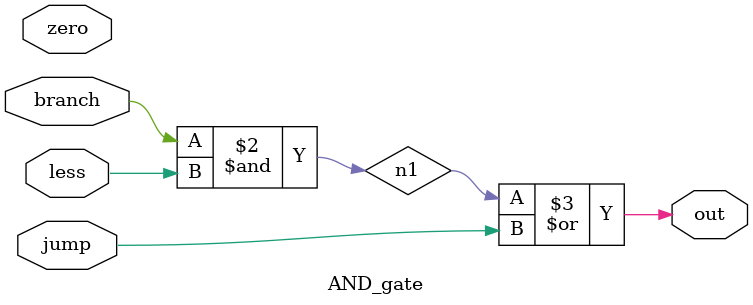
<source format=sv>
module AND_gate(
    input  logic branch,
    input  logic less,
    input  logic zero,
    input  logic jump,
    output logic out
);

logic n1;

always_comb begin
    n1  = branch & less;
    out = n1 | jump;
end
endmodule
</source>
